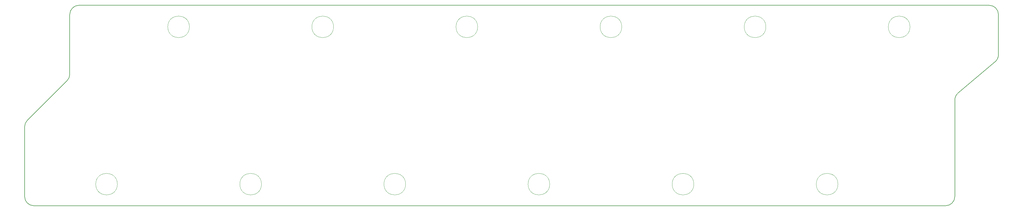
<source format=gm1>
G04 #@! TF.GenerationSoftware,KiCad,Pcbnew,7.0.7*
G04 #@! TF.CreationDate,2023-09-19T02:58:38+01:00*
G04 #@! TF.ProjectId,segment-stagx,7365676d-656e-4742-9d73-746167782e6b,rev?*
G04 #@! TF.SameCoordinates,Original*
G04 #@! TF.FileFunction,Profile,NP*
%FSLAX46Y46*%
G04 Gerber Fmt 4.6, Leading zero omitted, Abs format (unit mm)*
G04 Created by KiCad (PCBNEW 7.0.7) date 2023-09-19 02:58:38*
%MOMM*%
%LPD*%
G01*
G04 APERTURE LIST*
G04 #@! TA.AperFunction,Profile*
%ADD10C,0.150000*%
G04 #@! TD*
G04 #@! TA.AperFunction,Profile*
%ADD11C,0.050000*%
G04 #@! TD*
G04 APERTURE END LIST*
D10*
X62878660Y-110521300D02*
G75*
G03*
X62000000Y-112642641I2121340J-2121300D01*
G01*
D11*
X348300000Y-80200000D02*
G75*
G03*
X348300000Y-80200000I-3500000J0D01*
G01*
X301700000Y-80200000D02*
G75*
G03*
X301700000Y-80200000I-3500000J0D01*
G01*
X255100000Y-80200000D02*
G75*
G03*
X255100000Y-80200000I-3500000J0D01*
G01*
X208500000Y-80200000D02*
G75*
G03*
X208500000Y-80200000I-3500000J0D01*
G01*
X161900000Y-80200000D02*
G75*
G03*
X161900000Y-80200000I-3500000J0D01*
G01*
X115300000Y-80200000D02*
G75*
G03*
X115300000Y-80200000I-3500000J0D01*
G01*
X325000000Y-131200000D02*
G75*
G03*
X325000000Y-131200000I-3500000J0D01*
G01*
X278400000Y-131200000D02*
G75*
G03*
X278400000Y-131200000I-3500000J0D01*
G01*
X231800000Y-131200000D02*
G75*
G03*
X231800000Y-131200000I-3500000J0D01*
G01*
X185200000Y-131200000D02*
G75*
G03*
X185200000Y-131200000I-3500000J0D01*
G01*
X138600000Y-131200000D02*
G75*
G03*
X138600000Y-131200000I-3500000J0D01*
G01*
D10*
X376900000Y-76200000D02*
G75*
G03*
X373900000Y-73200000I-3000000J0D01*
G01*
X75721341Y-97678699D02*
G75*
G03*
X76600000Y-95557359I-2121341J2121299D01*
G01*
X62878680Y-110521320D02*
X75721321Y-97678679D01*
X79600000Y-73200000D02*
G75*
G03*
X76600000Y-76200000I0J-3000000D01*
G01*
X79600000Y-73200000D02*
X373900000Y-73200000D01*
X76600000Y-95557359D02*
X76600000Y-76200000D01*
X359800000Y-138200000D02*
G75*
G03*
X362800000Y-135200000I0J3000000D01*
G01*
X62000000Y-135200000D02*
G75*
G03*
X65000000Y-138200000I3000000J0D01*
G01*
X62000000Y-135200000D02*
X62000000Y-112642641D01*
X359800000Y-138200000D02*
X65000000Y-138200000D01*
X363860331Y-101651301D02*
G75*
G03*
X362800000Y-103939949I1939669J-2288599D01*
G01*
X362800000Y-103939949D02*
X362800000Y-135200000D01*
X375839669Y-91498699D02*
G75*
G03*
X376900000Y-89210051I-1939669J2288599D01*
G01*
X376900000Y-76200000D02*
X376900000Y-89210051D01*
X375839645Y-91498670D02*
X363860355Y-101651330D01*
D11*
X92000000Y-131200000D02*
G75*
G03*
X92000000Y-131200000I-3500000J0D01*
G01*
M02*

</source>
